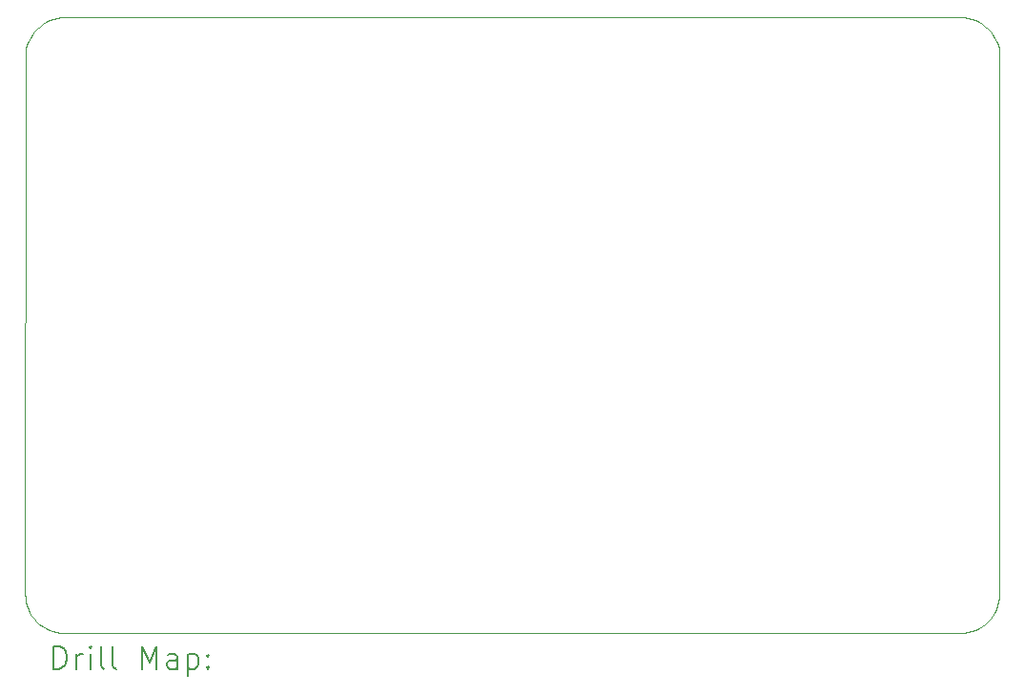
<source format=gbr>
%TF.GenerationSoftware,KiCad,Pcbnew,8.0.1*%
%TF.CreationDate,2024-06-02T23:47:47+02:00*%
%TF.ProjectId,Shawn_PCB_Business_card,53686177-6e5f-4504-9342-5f427573696e,rev?*%
%TF.SameCoordinates,Original*%
%TF.FileFunction,Drillmap*%
%TF.FilePolarity,Positive*%
%FSLAX45Y45*%
G04 Gerber Fmt 4.5, Leading zero omitted, Abs format (unit mm)*
G04 Created by KiCad (PCBNEW 8.0.1) date 2024-06-02 23:47:47*
%MOMM*%
%LPD*%
G01*
G04 APERTURE LIST*
%ADD10C,0.100000*%
%ADD11C,0.200000*%
G04 APERTURE END LIST*
D10*
X19310998Y-9506397D02*
X19316343Y-9471657D01*
X10674550Y-4595141D02*
X10669227Y-4629867D01*
X10727260Y-4470031D02*
X10709690Y-4498918D01*
X19165372Y-4375463D02*
X19136532Y-4357893D01*
X10945244Y-9778811D02*
X10979970Y-9784156D01*
X10725566Y-9631492D02*
X10745720Y-9658479D01*
X19275809Y-9602652D02*
X19290599Y-9572066D01*
X10693269Y-9572066D02*
X10707996Y-9602652D01*
X10793211Y-9705919D02*
X10820134Y-9726054D01*
X11015729Y-9785955D02*
X18968125Y-9785955D01*
X11017422Y-4315622D02*
X11017422Y-4315622D01*
X10981663Y-4317431D02*
X10946937Y-4322753D01*
X19217203Y-4418251D02*
X19192359Y-4395617D01*
X10849021Y-9743622D02*
X10879613Y-9758412D01*
X19005537Y-4317431D02*
X18969818Y-4315622D01*
X19073799Y-4331383D02*
X19040277Y-4322753D01*
X10881307Y-4343166D02*
X10850714Y-4357893D01*
X19163678Y-9726054D02*
X19190666Y-9705919D01*
X19277502Y-4498918D02*
X19259986Y-4470031D01*
X10681486Y-9539919D02*
X10693269Y-9572066D01*
X19192359Y-4395617D02*
X19165372Y-4375463D01*
X19316343Y-9471657D02*
X19318142Y-9435938D01*
X10770048Y-4418251D02*
X10747413Y-4443108D01*
X10667418Y-4665626D02*
X10664362Y-9435938D01*
X19318036Y-4629867D02*
X19312691Y-4595141D01*
X19072106Y-9770186D02*
X19104253Y-9758412D01*
X19290599Y-9572066D02*
X19302373Y-9539919D01*
X19040277Y-4322753D02*
X19005537Y-4317431D01*
X19238106Y-9658479D02*
X19258293Y-9631492D01*
X10913449Y-4331383D02*
X10881307Y-4343166D01*
X10745720Y-9658479D02*
X10768354Y-9683323D01*
X19136532Y-4357893D02*
X19105946Y-4343166D01*
X10979970Y-9784156D02*
X11015729Y-9785955D01*
X19134839Y-9743622D02*
X19163678Y-9726054D01*
X10911756Y-9770186D02*
X10945244Y-9778811D01*
X18969818Y-4315622D02*
X11017422Y-4315298D01*
X19003844Y-9784156D02*
X19038583Y-9778811D01*
X19319835Y-4665626D02*
X19318036Y-4629867D01*
X19259986Y-4470031D02*
X19239799Y-4443108D01*
X10694962Y-4529510D02*
X10683180Y-4561653D01*
X19105946Y-4343166D02*
X19073799Y-4331383D01*
X10768354Y-9683323D02*
X10793211Y-9705919D01*
X10946937Y-4322753D02*
X10913449Y-4331383D01*
X10747413Y-4443108D02*
X10727260Y-4470031D01*
X11017422Y-4315298D02*
X10981663Y-4317431D01*
X10683180Y-4561653D02*
X10674550Y-4595141D01*
X19318142Y-9435938D02*
X19319835Y-4665626D01*
X10707996Y-9602652D02*
X10725566Y-9631492D01*
X19215510Y-9683323D02*
X19238106Y-9658479D01*
X10664362Y-9435938D02*
X10667534Y-9471657D01*
X10672856Y-9506397D02*
X10681486Y-9539919D01*
X10709690Y-4498918D02*
X10694962Y-4529510D01*
X19292292Y-4529510D02*
X19277502Y-4498918D01*
X10667534Y-9471657D02*
X10672856Y-9506397D01*
X10879613Y-9758412D02*
X10911756Y-9770186D01*
X19258293Y-9631492D02*
X19275809Y-9602652D01*
X10669227Y-4629867D02*
X10667418Y-4665626D01*
X19312691Y-4595141D02*
X19304066Y-4561653D01*
X19239799Y-4443108D02*
X19217203Y-4418251D01*
X10820134Y-9726054D02*
X10849021Y-9743622D01*
X10850714Y-4357893D02*
X10821827Y-4375463D01*
X10821827Y-4375463D02*
X10794904Y-4395617D01*
X19302373Y-9539919D02*
X19310998Y-9506397D01*
X19304066Y-4561653D02*
X19292292Y-4529510D01*
X19190666Y-9705919D02*
X19215510Y-9683323D01*
X19104253Y-9758412D02*
X19134839Y-9743622D01*
X19038583Y-9778811D02*
X19072106Y-9770186D01*
X10794904Y-4395617D02*
X10770048Y-4418251D01*
X18968125Y-9785955D02*
X19003844Y-9784156D01*
D11*
X10920139Y-10102439D02*
X10920139Y-9902439D01*
X10920139Y-9902439D02*
X10967758Y-9902439D01*
X10967758Y-9902439D02*
X10996329Y-9911963D01*
X10996329Y-9911963D02*
X11015377Y-9931010D01*
X11015377Y-9931010D02*
X11024901Y-9950058D01*
X11024901Y-9950058D02*
X11034424Y-9988153D01*
X11034424Y-9988153D02*
X11034424Y-10016725D01*
X11034424Y-10016725D02*
X11024901Y-10054820D01*
X11024901Y-10054820D02*
X11015377Y-10073867D01*
X11015377Y-10073867D02*
X10996329Y-10092915D01*
X10996329Y-10092915D02*
X10967758Y-10102439D01*
X10967758Y-10102439D02*
X10920139Y-10102439D01*
X11120139Y-10102439D02*
X11120139Y-9969106D01*
X11120139Y-10007201D02*
X11129662Y-9988153D01*
X11129662Y-9988153D02*
X11139186Y-9978629D01*
X11139186Y-9978629D02*
X11158234Y-9969106D01*
X11158234Y-9969106D02*
X11177282Y-9969106D01*
X11243948Y-10102439D02*
X11243948Y-9969106D01*
X11243948Y-9902439D02*
X11234424Y-9911963D01*
X11234424Y-9911963D02*
X11243948Y-9921487D01*
X11243948Y-9921487D02*
X11253472Y-9911963D01*
X11253472Y-9911963D02*
X11243948Y-9902439D01*
X11243948Y-9902439D02*
X11243948Y-9921487D01*
X11367758Y-10102439D02*
X11348710Y-10092915D01*
X11348710Y-10092915D02*
X11339186Y-10073867D01*
X11339186Y-10073867D02*
X11339186Y-9902439D01*
X11472519Y-10102439D02*
X11453472Y-10092915D01*
X11453472Y-10092915D02*
X11443948Y-10073867D01*
X11443948Y-10073867D02*
X11443948Y-9902439D01*
X11701091Y-10102439D02*
X11701091Y-9902439D01*
X11701091Y-9902439D02*
X11767758Y-10045296D01*
X11767758Y-10045296D02*
X11834424Y-9902439D01*
X11834424Y-9902439D02*
X11834424Y-10102439D01*
X12015377Y-10102439D02*
X12015377Y-9997677D01*
X12015377Y-9997677D02*
X12005853Y-9978629D01*
X12005853Y-9978629D02*
X11986805Y-9969106D01*
X11986805Y-9969106D02*
X11948710Y-9969106D01*
X11948710Y-9969106D02*
X11929662Y-9978629D01*
X12015377Y-10092915D02*
X11996329Y-10102439D01*
X11996329Y-10102439D02*
X11948710Y-10102439D01*
X11948710Y-10102439D02*
X11929662Y-10092915D01*
X11929662Y-10092915D02*
X11920139Y-10073867D01*
X11920139Y-10073867D02*
X11920139Y-10054820D01*
X11920139Y-10054820D02*
X11929662Y-10035772D01*
X11929662Y-10035772D02*
X11948710Y-10026248D01*
X11948710Y-10026248D02*
X11996329Y-10026248D01*
X11996329Y-10026248D02*
X12015377Y-10016725D01*
X12110615Y-9969106D02*
X12110615Y-10169106D01*
X12110615Y-9978629D02*
X12129662Y-9969106D01*
X12129662Y-9969106D02*
X12167758Y-9969106D01*
X12167758Y-9969106D02*
X12186805Y-9978629D01*
X12186805Y-9978629D02*
X12196329Y-9988153D01*
X12196329Y-9988153D02*
X12205853Y-10007201D01*
X12205853Y-10007201D02*
X12205853Y-10064344D01*
X12205853Y-10064344D02*
X12196329Y-10083391D01*
X12196329Y-10083391D02*
X12186805Y-10092915D01*
X12186805Y-10092915D02*
X12167758Y-10102439D01*
X12167758Y-10102439D02*
X12129662Y-10102439D01*
X12129662Y-10102439D02*
X12110615Y-10092915D01*
X12291567Y-10083391D02*
X12301091Y-10092915D01*
X12301091Y-10092915D02*
X12291567Y-10102439D01*
X12291567Y-10102439D02*
X12282043Y-10092915D01*
X12282043Y-10092915D02*
X12291567Y-10083391D01*
X12291567Y-10083391D02*
X12291567Y-10102439D01*
X12291567Y-9978629D02*
X12301091Y-9988153D01*
X12301091Y-9988153D02*
X12291567Y-9997677D01*
X12291567Y-9997677D02*
X12282043Y-9988153D01*
X12282043Y-9988153D02*
X12291567Y-9978629D01*
X12291567Y-9978629D02*
X12291567Y-9997677D01*
M02*

</source>
